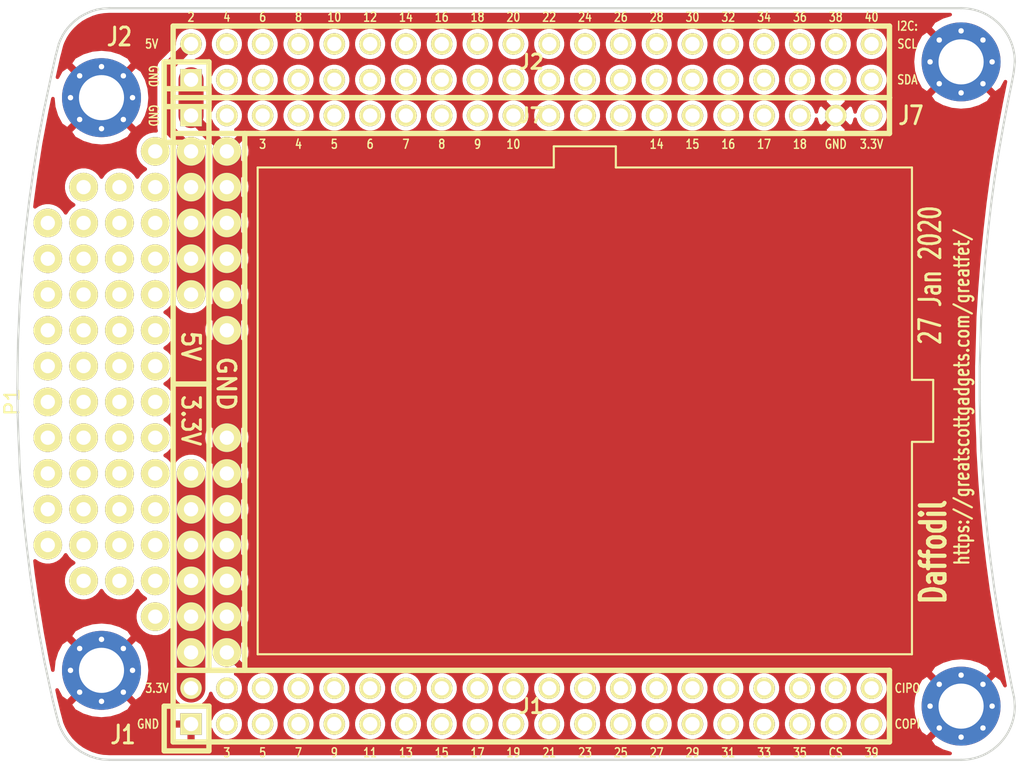
<source format=kicad_pcb>
(kicad_pcb (version 20171130) (host pcbnew 5.1.4+dfsg1-1)
  (title_block (title "Daffodil: A Sodlerless Breadboard Neighbor for GreatFET One") (date 2020-04-09) (rev 1.0) (company "Copyright 2015 Michael Ossmann") (comment 1 "License: CERN-OHL-P v2"))
  (layers (0 F.Cu signal) (31 B.Cu signal) (34 B.Paste user) (35 F.Paste user) (36 B.SilkS user hide) (37 F.SilkS user) (38 B.Mask user) (39 F.Mask user) (44 Edge.Cuts user))
  (net 0 "")
  (net 1 GND)
  (net 2 +3V3)
  (net 3 +5V)
  (net 4 /P4_9)
  (net 5 /P0_0)
  (net 6 /P4_10)
  (net 7 /P0_1)
  (net 8 /P1_0)
  (net 9 /P5_0)
  (net 10 /P5_1)
  (net 11 /P1_1)
  (net 12 /CLK0)
  (net 13 /P1_2)
  (net 14 /P1_5)
  (net 15 /P5_2)
  (net 16 /P1_7)
  (net 17 /P1_6)
  (net 18 /P1_9)
  (net 19 /P1_8)
  (net 20 /P5_3)
  (net 21 /P1_10)
  (net 22 /P1_12)
  (net 23 /P1_11)
  (net 24 /P5_5)
  (net 25 /P5_4)
  (net 26 /P1_14)
  (net 27 /P1_13)
  (net 28 /P5_6)
  (net 29 /P1_15)
  (net 30 /P5_7)
  (net 31 /P1_16)
  (net 32 /P1_18)
  (net 33 /P1_17)
  (net 34 /P9_5)
  (net 35 /P9_6)
  (net 36 /P2_0)
  (net 37 /P6_0)
  (net 38 /P1_20)
  (net 39 /P1_19)
  (net 40 /P1_4)
  (net 41 /P1_3)
  (net 42 /P4_8)
  (net 43 /P4_0)
  (net 44 /ADC0_0)
  (net 45 /P4_5)
  (net 46 /P4_4)
  (net 47 /P4_2)
  (net 48 /P4_3)
  (net 49 /P4_6)
  (net 50 /P4_7)
  (net 51 /CLK2)
  (net 52 /P2_8)
  (net 53 /P2_7)
  (net 54 /P2_6)
  (net 55 /P7_7)
  (net 56 /WAKEUP0)
  (net 57 /P2_5)
  (net 58 /P2_4)
  (net 59 /P2_3)
  (net 60 /PF_4)
  (net 61 /P3_2)
  (net 62 /P7_2)
  (net 63 /P3_1)
  (net 64 /P7_1)
  (net 65 /P3_0)
  (net 66 /P7_0)
  (net 67 /P3_4)
  (net 68 /P6_8)
  (net 69 /P3_7)
  (net 70 /P6_7)
  (net 71 /P3_3)
  (net 72 /P2_2)
  (net 73 /P6_6)
  (net 74 /P2_1)
  (net 75 /P6_3)
  (net 76 /P3_5)
  (net 77 /P3_6)
  (net 78 /I2C0_SDA)
  (net 79 /I2C0_SCL)
  (net 80 /P6_4)
  (net 81 /P6_5)
  (net 82 /ADC0_5)
  (net 83 /ADC0_2)
  (net 84 /P2_9)
  (net 85 /P2_12)
  (net 86 /P2_13)
  (net 87 /RTC_ALARM)
  (net 88 /RESET)
  (net 89 /VBAT)
  (net 90 /P2_11)
  (net 91 /P2_10)
  (net 92 /P6_10)
  (net 93 /P6_9)
  (net 94 /P6_2)
  (net 95 /P6_1)
  (net 96 "Net-(P1-Pad31)")
  (net 97 "Net-(P1-Pad32)")
  (net 98 "Net-(P1-Pad33)")
  (net 99 "Net-(P1-Pad34)")
  (net 100 "Net-(P1-Pad35)")
  (net 101 "Net-(P1-Pad36)")
  (net 102 "Net-(P1-Pad37)")
  (net 103 "Net-(P1-Pad38)")
  (net 104 "Net-(P1-Pad39)")
  (net 105 "Net-(P1-Pad40)")
  (net 106 "Net-(P1-Pad41)")
  (net 107 "Net-(P1-Pad42)")
  (net 108 "Net-(P1-Pad43)")
  (net 109 "Net-(P1-Pad44)")
  (net 110 "Net-(P1-Pad47)")
  (net 111 "Net-(P1-Pad48)")
  (net 112 "Net-(P1-Pad49)")
  (net 113 "Net-(P1-Pad50)")
  (net 114 "Net-(P1-Pad51)")
  (net 115 "Net-(P1-Pad52)")
  (net 116 "Net-(P1-Pad53)")
  (net 117 "Net-(P1-Pad54)")
  (net 118 "Net-(P1-Pad55)")
  (net 119 "Net-(P1-Pad56)")
  (net 120 "Net-(P1-Pad57)")
  (net 121 "Net-(P1-Pad58)")
  (net 122 "Net-(P1-Pad61)")
  (net 123 "Net-(P1-Pad62)")
  (net 124 "Net-(P1-Pad64)")
  (net 125 "Net-(P1-Pad65)")
  (net 126 "Net-(P1-Pad66)")
  (net 127 "Net-(P1-Pad67)")
  (net 128 "Net-(P1-Pad68)")
  (net 129 "Net-(P1-Pad69)")
  (net 130 "Net-(P1-Pad70)")
  (net 131 "Net-(P1-Pad71)")
  (net 132 "Net-(P1-Pad72)")
  (net 133 "Net-(P1-Pad45)")
  (net 134 /32KHZ)
  (net 135 "Net-(P1-Pad25)")
  (net 136 "Net-(P1-Pad26)")
  (net 137 "Net-(P1-Pad27)")
  (net 138 "Net-(P1-Pad28)")
  (net 139 "Net-(P1-Pad29)")
  (net 140 "Net-(P1-Pad30)")
  (net 141 "Net-(P1-Pad63)")
  (net 142 "Net-(P1-Pad46)")
  (net 143 "Net-(P1-Pad59)")
  (net 144 "Net-(P1-Pad60)")
  (module gsg-modules:HEADER-1x20 (layer F.Cu) (at 146.05 76.2)
    (fp_text reference J7 (at 0 0) (layer F.SilkS) (effects (font (size 1.016 1.016) (thickness 0.2032))))
    (fp_text value BONUS_ROW hide)
    (pad 1 thru_hole rect (at -24.13 0) (size 1.524 1.524) (drill 1.016) (layers *.Cu *.Mask F.SilkS) (net 1 GND))
    (pad 2 thru_hole circle (at -21.59 0) (size 1.524 1.524) (drill 1.016) (layers *.Cu *.Mask F.SilkS) (net 80 /P6_4))
    (pad 3 thru_hole circle (at -19.05 0) (size 1.524 1.524) (drill 1.016) (layers *.Cu *.Mask F.SilkS) (net 81 /P6_5))
    (pad 4 thru_hole circle (at -16.51 0) (size 1.524 1.524) (drill 1.016) (layers *.Cu *.Mask F.SilkS) (net 82 /ADC0_5))
    (pad 5 thru_hole circle (at -13.97 0) (size 1.524 1.524) (drill 1.016) (layers *.Cu *.Mask F.SilkS) (net 83 /ADC0_2))
    (pad 6 thru_hole circle (at -11.43 0) (size 1.524 1.524) (drill 1.016) (layers *.Cu *.Mask F.SilkS) (net 84 /P2_9))
    (pad 7 thru_hole circle (at -8.89 0) (size 1.524 1.524) (drill 1.016) (layers *.Cu *.Mask F.SilkS) (net 85 /P2_12))
    (pad 8 thru_hole circle (at -6.35 0) (size 1.524 1.524) (drill 1.016) (layers *.Cu *.Mask F.SilkS) (net 86 /P2_13))
    (pad 9 thru_hole circle (at -3.81 0) (size 1.524 1.524) (drill 1.016) (layers *.Cu *.Mask F.SilkS) (net 87 /RTC_ALARM))
    (pad 10 thru_hole circle (at -1.27 0) (size 1.524 1.524) (drill 1.016) (layers *.Cu *.Mask F.SilkS) (net 134 /32KHZ))
    (pad 11 thru_hole circle (at 1.27 0) (size 1.524 1.524) (drill 1.016) (layers *.Cu *.Mask F.SilkS) (net 88 /RESET))
    (pad 12 thru_hole circle (at 3.81 0) (size 1.524 1.524) (drill 1.016) (layers *.Cu *.Mask F.SilkS) (net 89 /VBAT))
    (pad 13 thru_hole circle (at 6.35 0) (size 1.524 1.524) (drill 1.016) (layers *.Cu *.Mask F.SilkS) (net 90 /P2_11))
    (pad 14 thru_hole circle (at 8.89 0) (size 1.524 1.524) (drill 1.016) (layers *.Cu *.Mask F.SilkS) (net 91 /P2_10))
    (pad 15 thru_hole circle (at 11.43 0) (size 1.524 1.524) (drill 1.016) (layers *.Cu *.Mask F.SilkS) (net 92 /P6_10))
    (pad 16 thru_hole circle (at 13.97 0) (size 1.524 1.524) (drill 1.016) (layers *.Cu *.Mask F.SilkS) (net 93 /P6_9))
    (pad 17 thru_hole circle (at 16.51 0) (size 1.524 1.524) (drill 1.016) (layers *.Cu *.Mask F.SilkS) (net 94 /P6_2))
    (pad 18 thru_hole circle (at 19.05 0) (size 1.524 1.524) (drill 1.016) (layers *.Cu *.Mask F.SilkS) (net 95 /P6_1))
    (pad 19 thru_hole circle (at 21.59 0) (size 1.524 1.524) (drill 1.016) (layers *.Cu *.Mask F.SilkS) (net 1 GND))
    (pad 20 thru_hole circle (at 24.13 0) (size 1.524 1.524) (drill 1.016) (layers *.Cu *.Mask F.SilkS) (net 2 +3V3))
  )
  (module gsg-modules:HEADER-2x20 (layer F.Cu) (at 146.05 118.11)
    (fp_text reference J1 (at 0 0) (layer F.SilkS) (effects (font (size 1.016 1.016) (thickness 0.2032))))
    (fp_text value NEIGHBOR1 hide)
    (pad 1 thru_hole rect (at -24.13 1.27) (size 1.524 1.524) (drill 1.016) (layers *.Cu *.Mask F.SilkS) (net 1 GND))
    (pad 2 thru_hole circle (at -24.13 -1.27) (size 1.524 1.524) (drill 1.016) (layers *.Cu *.Mask F.SilkS) (net 2 +3V3))
    (pad 3 thru_hole circle (at -21.59 1.27) (size 1.524 1.524) (drill 1.016) (layers *.Cu *.Mask F.SilkS) (net 4 /P4_9))
    (pad 4 thru_hole circle (at -21.59 -1.27) (size 1.524 1.524) (drill 1.016) (layers *.Cu *.Mask F.SilkS) (net 5 /P0_0))
    (pad 5 thru_hole circle (at -19.05 1.27) (size 1.524 1.524) (drill 1.016) (layers *.Cu *.Mask F.SilkS) (net 6 /P4_10))
    (pad 6 thru_hole circle (at -19.05 -1.27) (size 1.524 1.524) (drill 1.016) (layers *.Cu *.Mask F.SilkS) (net 7 /P0_1))
    (pad 7 thru_hole circle (at -16.51 1.27) (size 1.524 1.524) (drill 1.016) (layers *.Cu *.Mask F.SilkS) (net 8 /P1_0))
    (pad 8 thru_hole circle (at -16.51 -1.27) (size 1.524 1.524) (drill 1.016) (layers *.Cu *.Mask F.SilkS) (net 9 /P5_0))
    (pad 9 thru_hole circle (at -13.97 1.27) (size 1.524 1.524) (drill 1.016) (layers *.Cu *.Mask F.SilkS) (net 10 /P5_1))
    (pad 10 thru_hole circle (at -13.97 -1.27) (size 1.524 1.524) (drill 1.016) (layers *.Cu *.Mask F.SilkS) (net 11 /P1_1))
    (pad 11 thru_hole circle (at -11.43 1.27) (size 1.524 1.524) (drill 1.016) (layers *.Cu *.Mask F.SilkS) (net 12 /CLK0))
    (pad 12 thru_hole circle (at -11.43 -1.27) (size 1.524 1.524) (drill 1.016) (layers *.Cu *.Mask F.SilkS) (net 13 /P1_2))
    (pad 13 thru_hole circle (at -8.89 1.27) (size 1.524 1.524) (drill 1.016) (layers *.Cu *.Mask F.SilkS) (net 14 /P1_5))
    (pad 14 thru_hole circle (at -8.89 -1.27) (size 1.524 1.524) (drill 1.016) (layers *.Cu *.Mask F.SilkS) (net 15 /P5_2))
    (pad 15 thru_hole circle (at -6.35 1.27) (size 1.524 1.524) (drill 1.016) (layers *.Cu *.Mask F.SilkS) (net 16 /P1_7))
    (pad 16 thru_hole circle (at -6.35 -1.27) (size 1.524 1.524) (drill 1.016) (layers *.Cu *.Mask F.SilkS) (net 17 /P1_6))
    (pad 17 thru_hole circle (at -3.81 1.27) (size 1.524 1.524) (drill 1.016) (layers *.Cu *.Mask F.SilkS) (net 18 /P1_9))
    (pad 18 thru_hole circle (at -3.81 -1.27) (size 1.524 1.524) (drill 1.016) (layers *.Cu *.Mask F.SilkS) (net 19 /P1_8))
    (pad 19 thru_hole circle (at -1.27 1.27) (size 1.524 1.524) (drill 1.016) (layers *.Cu *.Mask F.SilkS) (net 20 /P5_3))
    (pad 20 thru_hole circle (at -1.27 -1.27) (size 1.524 1.524) (drill 1.016) (layers *.Cu *.Mask F.SilkS) (net 21 /P1_10))
    (pad 21 thru_hole circle (at 1.27 1.27) (size 1.524 1.524) (drill 1.016) (layers *.Cu *.Mask F.SilkS) (net 22 /P1_12))
    (pad 22 thru_hole circle (at 1.27 -1.27) (size 1.524 1.524) (drill 1.016) (layers *.Cu *.Mask F.SilkS) (net 23 /P1_11))
    (pad 23 thru_hole circle (at 3.81 1.27) (size 1.524 1.524) (drill 1.016) (layers *.Cu *.Mask F.SilkS) (net 24 /P5_5))
    (pad 24 thru_hole circle (at 3.81 -1.27) (size 1.524 1.524) (drill 1.016) (layers *.Cu *.Mask F.SilkS) (net 25 /P5_4))
    (pad 25 thru_hole circle (at 6.35 1.27) (size 1.524 1.524) (drill 1.016) (layers *.Cu *.Mask F.SilkS) (net 26 /P1_14))
    (pad 26 thru_hole circle (at 6.35 -1.27) (size 1.524 1.524) (drill 1.016) (layers *.Cu *.Mask F.SilkS) (net 27 /P1_13))
    (pad 27 thru_hole circle (at 8.89 1.27) (size 1.524 1.524) (drill 1.016) (layers *.Cu *.Mask F.SilkS) (net 28 /P5_6))
    (pad 28 thru_hole circle (at 8.89 -1.27) (size 1.524 1.524) (drill 1.016) (layers *.Cu *.Mask F.SilkS) (net 29 /P1_15))
    (pad 29 thru_hole circle (at 11.43 1.27) (size 1.524 1.524) (drill 1.016) (layers *.Cu *.Mask F.SilkS) (net 30 /P5_7))
    (pad 30 thru_hole circle (at 11.43 -1.27) (size 1.524 1.524) (drill 1.016) (layers *.Cu *.Mask F.SilkS) (net 31 /P1_16))
    (pad 31 thru_hole circle (at 13.97 1.27) (size 1.524 1.524) (drill 1.016) (layers *.Cu *.Mask F.SilkS) (net 32 /P1_18))
    (pad 32 thru_hole circle (at 13.97 -1.27) (size 1.524 1.524) (drill 1.016) (layers *.Cu *.Mask F.SilkS) (net 33 /P1_17))
    (pad 33 thru_hole circle (at 16.51 1.27) (size 1.524 1.524) (drill 1.016) (layers *.Cu *.Mask F.SilkS) (net 34 /P9_5))
    (pad 34 thru_hole circle (at 16.51 -1.27) (size 1.524 1.524) (drill 1.016) (layers *.Cu *.Mask F.SilkS) (net 35 /P9_6))
    (pad 35 thru_hole circle (at 19.05 1.27) (size 1.524 1.524) (drill 1.016) (layers *.Cu *.Mask F.SilkS) (net 36 /P2_0))
    (pad 36 thru_hole circle (at 19.05 -1.27) (size 1.524 1.524) (drill 1.016) (layers *.Cu *.Mask F.SilkS) (net 37 /P6_0))
    (pad 37 thru_hole circle (at 21.59 1.27) (size 1.524 1.524) (drill 1.016) (layers *.Cu *.Mask F.SilkS) (net 38 /P1_20))
    (pad 38 thru_hole circle (at 21.59 -1.27) (size 1.524 1.524) (drill 1.016) (layers *.Cu *.Mask F.SilkS) (net 39 /P1_19))
    (pad 39 thru_hole circle (at 24.13 1.27) (size 1.524 1.524) (drill 1.016) (layers *.Cu *.Mask F.SilkS) (net 40 /P1_4))
    (pad 40 thru_hole circle (at 24.13 -1.27) (size 1.524 1.524) (drill 1.016) (layers *.Cu *.Mask F.SilkS) (net 41 /P1_3))
  )
  (module gsg-modules:HEADER-2x20 (layer F.Cu) (at 146.05 72.39)
    (fp_text reference J2 (at 0 0) (layer F.SilkS) (effects (font (size 1.016 1.016) (thickness 0.2032))))
    (fp_text value NEIGHBOR2 hide)
    (pad 1 thru_hole rect (at -24.13 1.27) (size 1.524 1.524) (drill 1.016) (layers *.Cu *.Mask F.SilkS) (net 1 GND))
    (pad 2 thru_hole circle (at -24.13 -1.27) (size 1.524 1.524) (drill 1.016) (layers *.Cu *.Mask F.SilkS) (net 3 +5V))
    (pad 3 thru_hole circle (at -21.59 1.27) (size 1.524 1.524) (drill 1.016) (layers *.Cu *.Mask F.SilkS) (net 42 /P4_8))
    (pad 4 thru_hole circle (at -21.59 -1.27) (size 1.524 1.524) (drill 1.016) (layers *.Cu *.Mask F.SilkS) (net 43 /P4_0))
    (pad 5 thru_hole circle (at -19.05 1.27) (size 1.524 1.524) (drill 1.016) (layers *.Cu *.Mask F.SilkS) (net 44 /ADC0_0))
    (pad 6 thru_hole circle (at -19.05 -1.27) (size 1.524 1.524) (drill 1.016) (layers *.Cu *.Mask F.SilkS) (net 45 /P4_5))
    (pad 7 thru_hole circle (at -16.51 1.27) (size 1.524 1.524) (drill 1.016) (layers *.Cu *.Mask F.SilkS) (net 46 /P4_4))
    (pad 8 thru_hole circle (at -16.51 -1.27) (size 1.524 1.524) (drill 1.016) (layers *.Cu *.Mask F.SilkS) (net 47 /P4_2))
    (pad 9 thru_hole circle (at -13.97 1.27) (size 1.524 1.524) (drill 1.016) (layers *.Cu *.Mask F.SilkS) (net 48 /P4_3))
    (pad 10 thru_hole circle (at -13.97 -1.27) (size 1.524 1.524) (drill 1.016) (layers *.Cu *.Mask F.SilkS) (net 49 /P4_6))
    (pad 11 thru_hole circle (at -11.43 1.27) (size 1.524 1.524) (drill 1.016) (layers *.Cu *.Mask F.SilkS) (net 50 /P4_7))
    (pad 12 thru_hole circle (at -11.43 -1.27) (size 1.524 1.524) (drill 1.016) (layers *.Cu *.Mask F.SilkS) (net 51 /CLK2))
    (pad 13 thru_hole circle (at -8.89 1.27) (size 1.524 1.524) (drill 1.016) (layers *.Cu *.Mask F.SilkS) (net 52 /P2_8))
    (pad 14 thru_hole circle (at -8.89 -1.27) (size 1.524 1.524) (drill 1.016) (layers *.Cu *.Mask F.SilkS) (net 53 /P2_7))
    (pad 15 thru_hole circle (at -6.35 1.27) (size 1.524 1.524) (drill 1.016) (layers *.Cu *.Mask F.SilkS) (net 54 /P2_6))
    (pad 16 thru_hole circle (at -6.35 -1.27) (size 1.524 1.524) (drill 1.016) (layers *.Cu *.Mask F.SilkS) (net 55 /P7_7))
    (pad 17 thru_hole circle (at -3.81 1.27) (size 1.524 1.524) (drill 1.016) (layers *.Cu *.Mask F.SilkS) (net 56 /WAKEUP0))
    (pad 18 thru_hole circle (at -3.81 -1.27) (size 1.524 1.524) (drill 1.016) (layers *.Cu *.Mask F.SilkS) (net 57 /P2_5))
    (pad 19 thru_hole circle (at -1.27 1.27) (size 1.524 1.524) (drill 1.016) (layers *.Cu *.Mask F.SilkS) (net 58 /P2_4))
    (pad 20 thru_hole circle (at -1.27 -1.27) (size 1.524 1.524) (drill 1.016) (layers *.Cu *.Mask F.SilkS) (net 59 /P2_3))
    (pad 21 thru_hole circle (at 1.27 1.27) (size 1.524 1.524) (drill 1.016) (layers *.Cu *.Mask F.SilkS) (net 60 /PF_4))
    (pad 22 thru_hole circle (at 1.27 -1.27) (size 1.524 1.524) (drill 1.016) (layers *.Cu *.Mask F.SilkS) (net 61 /P3_2))
    (pad 23 thru_hole circle (at 3.81 1.27) (size 1.524 1.524) (drill 1.016) (layers *.Cu *.Mask F.SilkS) (net 62 /P7_2))
    (pad 24 thru_hole circle (at 3.81 -1.27) (size 1.524 1.524) (drill 1.016) (layers *.Cu *.Mask F.SilkS) (net 63 /P3_1))
    (pad 25 thru_hole circle (at 6.35 1.27) (size 1.524 1.524) (drill 1.016) (layers *.Cu *.Mask F.SilkS) (net 64 /P7_1))
    (pad 26 thru_hole circle (at 6.35 -1.27) (size 1.524 1.524) (drill 1.016) (layers *.Cu *.Mask F.SilkS) (net 65 /P3_0))
    (pad 27 thru_hole circle (at 8.89 1.27) (size 1.524 1.524) (drill 1.016) (layers *.Cu *.Mask F.SilkS) (net 66 /P7_0))
    (pad 28 thru_hole circle (at 8.89 -1.27) (size 1.524 1.524) (drill 1.016) (layers *.Cu *.Mask F.SilkS) (net 67 /P3_4))
    (pad 29 thru_hole circle (at 11.43 1.27) (size 1.524 1.524) (drill 1.016) (layers *.Cu *.Mask F.SilkS) (net 68 /P6_8))
    (pad 30 thru_hole circle (at 11.43 -1.27) (size 1.524 1.524) (drill 1.016) (layers *.Cu *.Mask F.SilkS) (net 69 /P3_7))
    (pad 31 thru_hole circle (at 13.97 1.27) (size 1.524 1.524) (drill 1.016) (layers *.Cu *.Mask F.SilkS) (net 70 /P6_7))
    (pad 32 thru_hole circle (at 13.97 -1.27) (size 1.524 1.524) (drill 1.016) (layers *.Cu *.Mask F.SilkS) (net 71 /P3_3))
    (pad 33 thru_hole circle (at 16.51 1.27) (size 1.524 1.524) (drill 1.016) (layers *.Cu *.Mask F.SilkS) (net 72 /P2_2))
    (pad 34 thru_hole circle (at 16.51 -1.27) (size 1.524 1.524) (drill 1.016) (layers *.Cu *.Mask F.SilkS) (net 73 /P6_6))
    (pad 35 thru_hole circle (at 19.05 1.27) (size 1.524 1.524) (drill 1.016) (layers *.Cu *.Mask F.SilkS) (net 74 /P2_1))
    (pad 36 thru_hole circle (at 19.05 -1.27) (size 1.524 1.524) (drill 1.016) (layers *.Cu *.Mask F.SilkS) (net 75 /P6_3))
    (pad 37 thru_hole circle (at 21.59 1.27) (size 1.524 1.524) (drill 1.016) (layers *.Cu *.Mask F.SilkS) (net 76 /P3_5))
    (pad 38 thru_hole circle (at 21.59 -1.27) (size 1.524 1.524) (drill 1.016) (layers *.Cu *.Mask F.SilkS) (net 77 /P3_6))
    (pad 39 thru_hole circle (at 24.13 1.27) (size 1.524 1.524) (drill 1.016) (layers *.Cu *.Mask F.SilkS) (net 78 /I2C0_SDA))
    (pad 40 thru_hole circle (at 24.13 -1.27) (size 1.524 1.524) (drill 1.016) (layers *.Cu *.Mask F.SilkS) (net 79 /I2C0_SCL))
  )
  (module gsg-modules:HOLE126MIL-COPPER (layer F.Cu) (at 115.57 74.93)
    (fp_text reference MH1 hide)
    (fp_text value MOUNTING_HOLE hide)
    (pad 1 thru_hole circle (at 0 0) (size 5.6 5.6) (drill 3.2004) (layers *.Cu *.Mask) (net 1 GND))
    (pad 1 thru_hole circle (at 0 -2.2) (size 0.6 0.6) (drill 0.381) (layers *.Cu *.Mask) (net 1 GND))
    (pad 1 thru_hole circle (at -2.2 0) (size 0.6 0.6) (drill 0.381) (layers *.Cu *.Mask) (net 1 GND))
    (pad 1 thru_hole circle (at 0 2.2) (size 0.6 0.6) (drill 0.381) (layers *.Cu *.Mask) (net 1 GND))
    (pad 1 thru_hole circle (at 2.2 0) (size 0.6 0.6) (drill 0.381) (layers *.Cu *.Mask) (net 1 GND))
    (pad 1 thru_hole circle (at 1.55 -1.55) (size 0.6 0.6) (drill 0.381) (layers *.Cu *.Mask) (net 1 GND))
    (pad 1 thru_hole circle (at -1.55 -1.55) (size 0.6 0.6) (drill 0.381) (layers *.Cu *.Mask) (net 1 GND))
    (pad 1 thru_hole circle (at -1.55 1.55) (size 0.6 0.6) (drill 0.381) (layers *.Cu *.Mask) (net 1 GND))
    (pad 1 thru_hole circle (at 1.55 1.55) (size 0.6 0.6) (drill 0.381) (layers *.Cu *.Mask) (net 1 GND))
  )
  (module gsg-modules:HOLE126MIL-COPPER (layer F.Cu) (at 115.57 115.57)
    (fp_text reference MH2 hide)
    (fp_text value MOUNTING_HOLE hide)
    (pad 1 thru_hole circle (at 0 0) (size 5.6 5.6) (drill 3.2004) (layers *.Cu *.Mask) (net 1 GND))
    (pad 1 thru_hole circle (at 0 -2.2) (size 0.6 0.6) (drill 0.381) (layers *.Cu *.Mask) (net 1 GND))
    (pad 1 thru_hole circle (at -2.2 0) (size 0.6 0.6) (drill 0.381) (layers *.Cu *.Mask) (net 1 GND))
    (pad 1 thru_hole circle (at 0 2.2) (size 0.6 0.6) (drill 0.381) (layers *.Cu *.Mask) (net 1 GND))
    (pad 1 thru_hole circle (at 2.2 0) (size 0.6 0.6) (drill 0.381) (layers *.Cu *.Mask) (net 1 GND))
    (pad 1 thru_hole circle (at 1.55 -1.55) (size 0.6 0.6) (drill 0.381) (layers *.Cu *.Mask) (net 1 GND))
    (pad 1 thru_hole circle (at -1.55 -1.55) (size 0.6 0.6) (drill 0.381) (layers *.Cu *.Mask) (net 1 GND))
    (pad 1 thru_hole circle (at -1.55 1.55) (size 0.6 0.6) (drill 0.381) (layers *.Cu *.Mask) (net 1 GND))
    (pad 1 thru_hole circle (at 1.55 1.55) (size 0.6 0.6) (drill 0.381) (layers *.Cu *.Mask) (net 1 GND))
  )
  (module gsg-modules:HOLE126MIL-COPPER (layer F.Cu) (at 176.53 118.11)
    (fp_text reference MH3 hide)
    (fp_text value MOUNTING_HOLE hide)
    (pad 1 thru_hole circle (at 0 0) (size 5.6 5.6) (drill 3.2004) (layers *.Cu *.Mask) (net 1 GND))
    (pad 1 thru_hole circle (at 0 -2.2) (size 0.6 0.6) (drill 0.381) (layers *.Cu *.Mask) (net 1 GND))
    (pad 1 thru_hole circle (at -2.2 0) (size 0.6 0.6) (drill 0.381) (layers *.Cu *.Mask) (net 1 GND))
    (pad 1 thru_hole circle (at 0 2.2) (size 0.6 0.6) (drill 0.381) (layers *.Cu *.Mask) (net 1 GND))
    (pad 1 thru_hole circle (at 2.2 0) (size 0.6 0.6) (drill 0.381) (layers *.Cu *.Mask) (net 1 GND))
    (pad 1 thru_hole circle (at 1.55 -1.55) (size 0.6 0.6) (drill 0.381) (layers *.Cu *.Mask) (net 1 GND))
    (pad 1 thru_hole circle (at -1.55 -1.55) (size 0.6 0.6) (drill 0.381) (layers *.Cu *.Mask) (net 1 GND))
    (pad 1 thru_hole circle (at -1.55 1.55) (size 0.6 0.6) (drill 0.381) (layers *.Cu *.Mask) (net 1 GND))
    (pad 1 thru_hole circle (at 1.55 1.55) (size 0.6 0.6) (drill 0.381) (layers *.Cu *.Mask) (net 1 GND))
  )
  (module gsg-modules:HOLE126MIL-COPPER (layer F.Cu) (at 176.53 72.39)
    (fp_text reference MH4 hide)
    (fp_text value MOUNTING_HOLE hide)
    (pad 1 thru_hole circle (at 0 0) (size 5.6 5.6) (drill 3.2004) (layers *.Cu *.Mask) (net 1 GND))
    (pad 1 thru_hole circle (at 0 -2.2) (size 0.6 0.6) (drill 0.381) (layers *.Cu *.Mask) (net 1 GND))
    (pad 1 thru_hole circle (at -2.2 0) (size 0.6 0.6) (drill 0.381) (layers *.Cu *.Mask) (net 1 GND))
    (pad 1 thru_hole circle (at 0 2.2) (size 0.6 0.6) (drill 0.381) (layers *.Cu *.Mask) (net 1 GND))
    (pad 1 thru_hole circle (at 2.2 0) (size 0.6 0.6) (drill 0.381) (layers *.Cu *.Mask) (net 1 GND))
    (pad 1 thru_hole circle (at 1.55 -1.55) (size 0.6 0.6) (drill 0.381) (layers *.Cu *.Mask) (net 1 GND))
    (pad 1 thru_hole circle (at -1.55 -1.55) (size 0.6 0.6) (drill 0.381) (layers *.Cu *.Mask) (net 1 GND))
    (pad 1 thru_hole circle (at -1.55 1.55) (size 0.6 0.6) (drill 0.381) (layers *.Cu *.Mask) (net 1 GND))
    (pad 1 thru_hole circle (at 1.55 1.55) (size 0.6 0.6) (drill 0.381) (layers *.Cu *.Mask) (net 1 GND))
  )
  (module gsg-modules:GREATFET-PROTO-AREA (layer F.Cu) (at 124.46 96.52)
    (fp_text reference P1 (at -15.24 0 270) (layer F.SilkS))
    (fp_text value GREATFET-PROTO-AREA hide)
    (pad 2 thru_hole circle (at 0 -15.24) (size 2.032 2.032) (drill 1.016) (layers *.Cu *.Mask F.SilkS) (net 1 GND))
    (pad 3 thru_hole circle (at 0 -12.7) (size 2.032 2.032) (drill 1.016) (layers *.Cu *.Mask F.SilkS) (net 1 GND))
    (pad 4 thru_hole circle (at 0 -10.16) (size 2.032 2.032) (drill 1.016) (layers *.Cu *.Mask F.SilkS) (net 1 GND))
    (pad 5 thru_hole circle (at 0 -7.62) (size 2.032 2.032) (drill 1.016) (layers *.Cu *.Mask F.SilkS) (net 1 GND))
    (pad 6 thru_hole circle (at 0 -5.08) (size 2.032 2.032) (drill 1.016) (layers *.Cu *.Mask F.SilkS) (net 1 GND))
    (pad 7 thru_hole circle (at 0 2.54) (size 2.032 2.032) (drill 1.016) (layers *.Cu *.Mask F.SilkS) (net 1 GND))
    (pad 8 thru_hole circle (at 0 5.08) (size 2.032 2.032) (drill 1.016) (layers *.Cu *.Mask F.SilkS) (net 1 GND))
    (pad 9 thru_hole circle (at 0 7.62) (size 2.032 2.032) (drill 1.016) (layers *.Cu *.Mask F.SilkS) (net 1 GND))
    (pad 10 thru_hole circle (at 0 10.16) (size 2.032 2.032) (drill 1.016) (layers *.Cu *.Mask F.SilkS) (net 1 GND))
    (pad 11 thru_hole circle (at 0 12.7) (size 2.032 2.032) (drill 1.016) (layers *.Cu *.Mask F.SilkS) (net 1 GND))
    (pad 12 thru_hole circle (at 0 15.24) (size 2.032 2.032) (drill 1.016) (layers *.Cu *.Mask F.SilkS) (net 1 GND))
    (pad 13 thru_hole circle (at 0 17.78) (size 2.032 2.032) (drill 1.016) (layers *.Cu *.Mask F.SilkS) (net 1 GND))
    (pad 14 thru_hole circle (at -2.54 -17.78) (size 2.032 2.032) (drill 1.016) (layers *.Cu *.Mask F.SilkS) (net 3 +5V))
    (pad 15 thru_hole circle (at -2.54 -15.24) (size 2.032 2.032) (drill 1.016) (layers *.Cu *.Mask F.SilkS) (net 3 +5V))
    (pad 16 thru_hole circle (at -2.54 -12.7) (size 2.032 2.032) (drill 1.016) (layers *.Cu *.Mask F.SilkS) (net 3 +5V))
    (pad 17 thru_hole circle (at -2.54 -10.16) (size 2.032 2.032) (drill 1.016) (layers *.Cu *.Mask F.SilkS) (net 3 +5V))
    (pad 18 thru_hole circle (at -2.54 -7.62) (size 2.032 2.032) (drill 1.016) (layers *.Cu *.Mask F.SilkS) (net 3 +5V))
    (pad 19 thru_hole circle (at -2.54 5.08) (size 2.032 2.032) (drill 1.016) (layers *.Cu *.Mask F.SilkS) (net 2 +3V3))
    (pad 20 thru_hole circle (at -2.54 7.62) (size 2.032 2.032) (drill 1.016) (layers *.Cu *.Mask F.SilkS) (net 2 +3V3))
    (pad 21 thru_hole circle (at -2.54 10.16) (size 2.032 2.032) (drill 1.016) (layers *.Cu *.Mask F.SilkS) (net 2 +3V3))
    (pad 22 thru_hole circle (at -2.54 12.7) (size 2.032 2.032) (drill 1.016) (layers *.Cu *.Mask F.SilkS) (net 2 +3V3))
    (pad 23 thru_hole circle (at -2.54 15.24) (size 2.032 2.032) (drill 1.016) (layers *.Cu *.Mask F.SilkS) (net 2 +3V3))
    (pad 24 thru_hole circle (at -2.54 17.78) (size 2.032 2.032) (drill 1.016) (layers *.Cu *.Mask F.SilkS) (net 2 +3V3))
    (pad 25 thru_hole circle (at -5.08 -17.78) (size 2.032 2.032) (drill 1.016) (layers *.Cu *.Mask F.SilkS) (net 135 "Net-(P1-Pad25)"))
    (pad 26 thru_hole circle (at -5.08 -15.24) (size 2.032 2.032) (drill 1.016) (layers *.Cu *.Mask F.SilkS) (net 136 "Net-(P1-Pad26)"))
    (pad 27 thru_hole circle (at -5.08 -12.7) (size 2.032 2.032) (drill 1.016) (layers *.Cu *.Mask F.SilkS) (net 137 "Net-(P1-Pad27)"))
    (pad 28 thru_hole circle (at -5.08 -10.16) (size 2.032 2.032) (drill 1.016) (layers *.Cu *.Mask F.SilkS) (net 138 "Net-(P1-Pad28)"))
    (pad 29 thru_hole circle (at -5.08 -7.62) (size 2.032 2.032) (drill 1.016) (layers *.Cu *.Mask F.SilkS) (net 139 "Net-(P1-Pad29)"))
    (pad 30 thru_hole circle (at -5.08 -5.08) (size 2.032 2.032) (drill 1.016) (layers *.Cu *.Mask F.SilkS) (net 140 "Net-(P1-Pad30)"))
    (pad 31 thru_hole circle (at -5.08 -2.54) (size 2.032 2.032) (drill 1.016) (layers *.Cu *.Mask F.SilkS) (net 96 "Net-(P1-Pad31)"))
    (pad 32 thru_hole circle (at -5.08 0) (size 2.032 2.032) (drill 1.016) (layers *.Cu *.Mask F.SilkS) (net 97 "Net-(P1-Pad32)"))
    (pad 33 thru_hole circle (at -5.08 2.54) (size 2.032 2.032) (drill 1.016) (layers *.Cu *.Mask F.SilkS) (net 98 "Net-(P1-Pad33)"))
    (pad 34 thru_hole circle (at -5.08 5.08) (size 2.032 2.032) (drill 1.016) (layers *.Cu *.Mask F.SilkS) (net 99 "Net-(P1-Pad34)"))
    (pad 35 thru_hole circle (at -5.08 7.62) (size 2.032 2.032) (drill 1.016) (layers *.Cu *.Mask F.SilkS) (net 100 "Net-(P1-Pad35)"))
    (pad 36 thru_hole circle (at -5.08 10.16) (size 2.032 2.032) (drill 1.016) (layers *.Cu *.Mask F.SilkS) (net 101 "Net-(P1-Pad36)"))
    (pad 37 thru_hole circle (at -5.08 12.7) (size 2.032 2.032) (drill 1.016) (layers *.Cu *.Mask F.SilkS) (net 102 "Net-(P1-Pad37)"))
    (pad 38 thru_hole circle (at -5.08 15.24) (size 2.032 2.032) (drill 1.016) (layers *.Cu *.Mask F.SilkS) (net 103 "Net-(P1-Pad38)"))
    (pad 39 thru_hole circle (at -7.62 -15.24) (size 2.032 2.032) (drill 1.016) (layers *.Cu *.Mask F.SilkS) (net 104 "Net-(P1-Pad39)"))
    (pad 40 thru_hole circle (at -7.62 -12.7) (size 2.032 2.032) (drill 1.016) (layers *.Cu *.Mask F.SilkS) (net 105 "Net-(P1-Pad40)"))
    (pad 41 thru_hole circle (at -7.62 -10.16) (size 2.032 2.032) (drill 1.016) (layers *.Cu *.Mask F.SilkS) (net 106 "Net-(P1-Pad41)"))
    (pad 42 thru_hole circle (at -7.62 -7.62) (size 2.032 2.032) (drill 1.016) (layers *.Cu *.Mask F.SilkS) (net 107 "Net-(P1-Pad42)"))
    (pad 43 thru_hole circle (at -7.62 -5.08) (size 2.032 2.032) (drill 1.016) (layers *.Cu *.Mask F.SilkS) (net 108 "Net-(P1-Pad43)"))
    (pad 44 thru_hole circle (at -7.62 -2.54) (size 2.032 2.032) (drill 1.016) (layers *.Cu *.Mask F.SilkS) (net 109 "Net-(P1-Pad44)"))
    (pad 45 thru_hole circle (at -7.62 0) (size 2.032 2.032) (drill 1.016) (layers *.Cu *.Mask F.SilkS) (net 133 "Net-(P1-Pad45)"))
    (pad 46 thru_hole circle (at -7.62 2.54) (size 2.032 2.032) (drill 1.016) (layers *.Cu *.Mask F.SilkS) (net 142 "Net-(P1-Pad46)"))
    (pad 47 thru_hole circle (at -7.62 5.08) (size 2.032 2.032) (drill 1.016) (layers *.Cu *.Mask F.SilkS) (net 110 "Net-(P1-Pad47)"))
    (pad 48 thru_hole circle (at -7.62 7.62) (size 2.032 2.032) (drill 1.016) (layers *.Cu *.Mask F.SilkS) (net 111 "Net-(P1-Pad48)"))
    (pad 49 thru_hole circle (at -7.62 10.16) (size 2.032 2.032) (drill 1.016) (layers *.Cu *.Mask F.SilkS) (net 112 "Net-(P1-Pad49)"))
    (pad 50 thru_hole circle (at -7.62 12.7) (size 2.032 2.032) (drill 1.016) (layers *.Cu *.Mask F.SilkS) (net 113 "Net-(P1-Pad50)"))
    (pad 51 thru_hole circle (at -10.16 -15.24) (size 2.032 2.032) (drill 1.016) (layers *.Cu *.Mask F.SilkS) (net 114 "Net-(P1-Pad51)"))
    (pad 52 thru_hole circle (at -10.16 -12.7) (size 2.032 2.032) (drill 1.016) (layers *.Cu *.Mask F.SilkS) (net 115 "Net-(P1-Pad52)"))
    (pad 53 thru_hole circle (at -10.16 -10.16) (size 2.032 2.032) (drill 1.016) (layers *.Cu *.Mask F.SilkS) (net 116 "Net-(P1-Pad53)"))
    (pad 54 thru_hole circle (at -10.16 -7.62) (size 2.032 2.032) (drill 1.016) (layers *.Cu *.Mask F.SilkS) (net 117 "Net-(P1-Pad54)"))
    (pad 55 thru_hole circle (at -10.16 -5.08) (size 2.032 2.032) (drill 1.016) (layers *.Cu *.Mask F.SilkS) (net 118 "Net-(P1-Pad55)"))
    (pad 56 thru_hole circle (at -10.16 -2.54) (size 2.032 2.032) (drill 1.016) (layers *.Cu *.Mask F.SilkS) (net 119 "Net-(P1-Pad56)"))
    (pad 57 thru_hole circle (at -10.16 0) (size 2.032 2.032) (drill 1.016) (layers *.Cu *.Mask F.SilkS) (net 120 "Net-(P1-Pad57)"))
    (pad 58 thru_hole circle (at -10.16 2.54) (size 2.032 2.032) (drill 1.016) (layers *.Cu *.Mask F.SilkS) (net 121 "Net-(P1-Pad58)"))
    (pad 59 thru_hole circle (at -10.16 5.08) (size 2.032 2.032) (drill 1.016) (layers *.Cu *.Mask F.SilkS) (net 143 "Net-(P1-Pad59)"))
    (pad 60 thru_hole circle (at -10.16 7.62) (size 2.032 2.032) (drill 1.016) (layers *.Cu *.Mask F.SilkS) (net 144 "Net-(P1-Pad60)"))
    (pad 61 thru_hole circle (at -10.16 10.16) (size 2.032 2.032) (drill 1.016) (layers *.Cu *.Mask F.SilkS) (net 122 "Net-(P1-Pad61)"))
    (pad 62 thru_hole circle (at -10.16 12.7) (size 2.032 2.032) (drill 1.016) (layers *.Cu *.Mask F.SilkS) (net 123 "Net-(P1-Pad62)"))
    (pad 64 thru_hole circle (at -12.7 -10.16) (size 2.032 2.032) (drill 1.016) (layers *.Cu *.Mask F.SilkS) (net 124 "Net-(P1-Pad64)"))
    (pad 65 thru_hole circle (at -12.7 -7.62) (size 2.032 2.032) (drill 1.016) (layers *.Cu *.Mask F.SilkS) (net 125 "Net-(P1-Pad65)"))
    (pad 66 thru_hole circle (at -12.7 -5.08) (size 2.032 2.032) (drill 1.016) (layers *.Cu *.Mask F.SilkS) (net 126 "Net-(P1-Pad66)"))
    (pad 67 thru_hole circle (at -12.7 -2.54) (size 2.032 2.032) (drill 1.016) (layers *.Cu *.Mask F.SilkS) (net 127 "Net-(P1-Pad67)"))
    (pad 68 thru_hole circle (at -12.7 0) (size 2.032 2.032) (drill 1.016) (layers *.Cu *.Mask F.SilkS) (net 128 "Net-(P1-Pad68)"))
    (pad 69 thru_hole circle (at -12.7 2.54) (size 2.032 2.032) (drill 1.016) (layers *.Cu *.Mask F.SilkS) (net 129 "Net-(P1-Pad69)"))
    (pad 70 thru_hole circle (at -12.7 5.08) (size 2.032 2.032) (drill 1.016) (layers *.Cu *.Mask F.SilkS) (net 130 "Net-(P1-Pad70)"))
    (pad 71 thru_hole circle (at -12.7 7.62) (size 2.032 2.032) (drill 1.016) (layers *.Cu *.Mask F.SilkS) (net 131 "Net-(P1-Pad71)"))
    (pad 72 thru_hole circle (at -12.7 10.16) (size 2.032 2.032) (drill 1.016) (layers *.Cu *.Mask F.SilkS) (net 132 "Net-(P1-Pad72)"))
    (pad 63 thru_hole circle (at -12.7 -12.7) (size 2.032 2.032) (drill 1.016) (layers *.Cu *.Mask F.SilkS) (net 141 "Net-(P1-Pad63)"))
    (pad 1 thru_hole circle (at 0 -17.78) (size 2.032 2.032) (drill 1.016) (layers *.Cu *.Mask F.SilkS) (net 1 GND))
  )
  (gr_line (start 173.045 79.884) (end 173.045 94.956) (layer F.SilkS) (width 0.15))
  (gr_line (start 174.550322 99.356534) (end 174.550322 94.956534) (layer F.SilkS) (width 0.15))
  (gr_line (start 174.550322 94.956534) (end 173.050322 94.956534) (layer F.SilkS) (width 0.15))
  (gr_line (start 173.050322 99.356534) (end 174.550322 99.356534) (layer F.SilkS) (width 0.15))
  (gr_line (start 152.045 78.384) (end 147.645 78.384) (layer F.SilkS) (width 0.15))
  (gr_line (start 147.645 78.384) (end 147.645 79.884) (layer F.SilkS) (width 0.15))
  (gr_line (start 126.645 79.884) (end 147.645 79.884) (layer F.SilkS) (width 0.15))
  (gr_line (start 152.045 79.884) (end 152.045 78.384) (layer F.SilkS) (width 0.15))
  (gr_text 39 (at 170.18 121.412) (layer F.SilkS) (effects (font (size 0.635 0.508) (thickness 0.1016))))
  (gr_text 35 (at 165.1 121.412) (layer F.SilkS) (effects (font (size 0.635 0.508) (thickness 0.1016))))
  (gr_text 33 (at 162.56 121.412) (layer F.SilkS) (effects (font (size 0.635 0.508) (thickness 0.1016))))
  (gr_text 31 (at 160.02 121.412) (layer F.SilkS) (effects (font (size 0.635 0.508) (thickness 0.1016))))
  (gr_text 29 (at 157.48 121.412) (layer F.SilkS) (effects (font (size 0.635 0.508) (thickness 0.1016))))
  (gr_text 27 (at 154.94 121.412) (layer F.SilkS) (effects (font (size 0.635 0.508) (thickness 0.1016))))
  (gr_text 25 (at 152.4 121.412) (layer F.SilkS) (effects (font (size 0.635 0.508) (thickness 0.1016))))
  (gr_text 23 (at 149.86 121.412) (layer F.SilkS) (effects (font (size 0.635 0.508) (thickness 0.1016))))
  (gr_text 21 (at 147.32 121.412) (layer F.SilkS) (effects (font (size 0.635 0.508) (thickness 0.1016))))
  (gr_text 19 (at 144.78 121.412) (layer F.SilkS) (effects (font (size 0.635 0.508) (thickness 0.1016))))
  (gr_text 17 (at 142.24 121.412) (layer F.SilkS) (effects (font (size 0.635 0.508) (thickness 0.1016))))
  (gr_text 15 (at 139.7 121.412) (layer F.SilkS) (effects (font (size 0.635 0.508) (thickness 0.1016))))
  (gr_text 13 (at 137.16 121.412) (layer F.SilkS) (effects (font (size 0.635 0.508) (thickness 0.1016))))
  (gr_text 11 (at 134.62 121.412) (layer F.SilkS) (effects (font (size 0.635 0.508) (thickness 0.1016))))
  (gr_text 9 (at 132.08 121.412) (layer F.SilkS) (effects (font (size 0.635 0.508) (thickness 0.1016))))
  (gr_text 7 (at 129.54 121.412) (layer F.SilkS) (effects (font (size 0.635 0.508) (thickness 0.1016))))
  (gr_text 18 (at 165.1 78.232) (layer F.SilkS) (effects (font (size 0.635 0.508) (thickness 0.1016))))
  (gr_text 17 (at 162.56 78.232) (layer F.SilkS) (effects (font (size 0.635 0.508) (thickness 0.1016))))
  (gr_text 16 (at 160.02 78.232) (layer F.SilkS) (effects (font (size 0.635 0.508) (thickness 0.1016))))
  (gr_text 15 (at 157.48 78.232) (layer F.SilkS) (effects (font (size 0.635 0.508) (thickness 0.1016))))
  (gr_text 14 (at 154.94 78.232) (layer F.SilkS) (effects (font (size 0.635 0.508) (thickness 0.1016))))
  (gr_text 10 (at 144.78 78.232) (layer F.SilkS) (effects (font (size 0.635 0.508) (thickness 0.1016))))
  (gr_text 9 (at 142.24 78.232) (layer F.SilkS) (effects (font (size 0.635 0.508) (thickness 0.1016))))
  (gr_text 8 (at 139.7 78.232) (layer F.SilkS) (effects (font (size 0.635 0.508) (thickness 0.1016))))
  (gr_text 7 (at 137.16 78.232) (layer F.SilkS) (effects (font (size 0.635 0.508) (thickness 0.1016))))
  (gr_text 6 (at 134.62 78.232) (layer F.SilkS) (effects (font (size 0.635 0.508) (thickness 0.1016))))
  (gr_text 5 (at 132.08 78.232) (layer F.SilkS) (effects (font (size 0.635 0.508) (thickness 0.1016))))
  (gr_text 40 (at 170.18 69.215) (layer F.SilkS) (effects (font (size 0.635 0.508) (thickness 0.1016))))
  (gr_text 38 (at 167.64 69.215) (layer F.SilkS) (effects (font (size 0.635 0.508) (thickness 0.1016))))
  (gr_text 36 (at 165.1 69.215) (layer F.SilkS) (effects (font (size 0.635 0.508) (thickness 0.1016))))
  (gr_text 34 (at 162.56 69.215) (layer F.SilkS) (effects (font (size 0.635 0.508) (thickness 0.1016))))
  (gr_text 32 (at 160.02 69.215) (layer F.SilkS) (effects (font (size 0.635 0.508) (thickness 0.1016))))
  (gr_text 30 (at 157.48 69.215) (layer F.SilkS) (effects (font (size 0.635 0.508) (thickness 0.1016))))
  (gr_text 28 (at 154.94 69.215) (layer F.SilkS) (effects (font (size 0.635 0.508) (thickness 0.1016))))
  (gr_text 26 (at 152.4 69.215) (layer F.SilkS) (effects (font (size 0.635 0.508) (thickness 0.1016))))
  (gr_text 24 (at 149.86 69.215) (layer F.SilkS) (effects (font (size 0.635 0.508) (thickness 0.1016))))
  (gr_text 22 (at 147.32 69.215) (layer F.SilkS) (effects (font (size 0.635 0.508) (thickness 0.1016))))
  (gr_text 20 (at 144.78 69.215) (layer F.SilkS) (effects (font (size 0.635 0.508) (thickness 0.1016))))
  (gr_text 18 (at 142.24 69.215) (layer F.SilkS) (effects (font (size 0.635 0.508) (thickness 0.1016))))
  (gr_text 16 (at 139.7 69.215) (layer F.SilkS) (effects (font (size 0.635 0.508) (thickness 0.1016))))
  (gr_text 14 (at 137.16 69.215) (layer F.SilkS) (effects (font (size 0.635 0.508) (thickness 0.1016))))
  (gr_text 12 (at 134.62 69.215) (layer F.SilkS) (effects (font (size 0.635 0.508) (thickness 0.1016))))
  (gr_text 10 (at 132.08 69.215) (layer F.SilkS) (effects (font (size 0.635 0.508) (thickness 0.1016))))
  (gr_text 8 (at 129.54 69.215) (layer F.SilkS) (effects (font (size 0.635 0.508) (thickness 0.1016))))
  (gr_text 6 (at 127 69.215) (layer F.SilkS) (effects (font (size 0.635 0.508) (thickness 0.1016))))
  (gr_text 4 (at 129.54 78.232) (layer F.SilkS) (effects (font (size 0.635 0.508) (thickness 0.1016))))
  (gr_text 3 (at 127 78.232) (layer F.SilkS) (effects (font (size 0.635 0.508) (thickness 0.1016))))
  (gr_text 4 (at 124.46 69.215) (layer F.SilkS) (effects (font (size 0.635 0.508) (thickness 0.1016))))
  (gr_text 2 (at 121.92 69.215) (layer F.SilkS) (effects (font (size 0.635 0.508) (thickness 0.1016))))
  (gr_text 5 (at 127 121.412) (layer F.SilkS) (effects (font (size 0.635 0.508) (thickness 0.1016))))
  (gr_text 3 (at 124.46 121.412) (layer F.SilkS) (effects (font (size 0.635 0.508) (thickness 0.1016))))
  (gr_text GND (at 119.253 76.2 270) (layer F.SilkS) (effects (font (size 0.635 0.508) (thickness 0.1016))))
  (gr_text 3.3V (at 170.18 78.232) (layer F.SilkS) (effects (font (size 0.635 0.508) (thickness 0.1016))))
  (gr_text GND (at 167.64 78.232) (layer F.SilkS) (effects (font (size 0.635 0.508) (thickness 0.1016))))
  (gr_text 3.3V (at 121.9 97.84 270) (layer F.SilkS) (effects (font (size 1.25 1.1) (thickness 0.21))))
  (gr_text 5V (at 121.9 92.57 270) (layer F.SilkS) (effects (font (size 1.25 1.15) (thickness 0.225))))
  (gr_text GND (at 124.41 95.23 270) (layer F.SilkS) (effects (font (size 1.25 1.25) (thickness 0.225))))
  (gr_line (start 120.65 95.25) (end 123.19 95.25) (layer F.SilkS) (width 0.381))
  (gr_line (start 120.65 77.47) (end 120.65 115.57) (layer F.SilkS) (width 0.381))
  (gr_line (start 123.19 115.57) (end 123.19 77.47) (layer F.SilkS) (width 0.381))
  (gr_line (start 125.73 77.47) (end 125.73 115.57) (layer F.SilkS) (width 0.381))
  (gr_line (start 152.045 79.884) (end 173.045 79.884) (layer F.SilkS) (width 0.15))
  (gr_line (start 126.645 114.428) (end 126.645 79.884) (layer F.SilkS) (width 0.15))
  (gr_line (start 173.045 114.428) (end 126.645 114.428) (layer F.SilkS) (width 0.15))
  (gr_line (start 173.045 99.356) (end 173.045 114.428) (layer F.SilkS) (width 0.15))
  (gr_line (start 109.6772 98.933) (end 109.728 99.9998) (angle 90) (layer Edge.Cuts) (width 0.15))
  (gr_line (start 109.6264 97.4852) (end 109.6772 98.933) (angle 90) (layer Edge.Cuts) (width 0.15))
  (gr_line (start 109.601 95.5802) (end 109.6264 97.4852) (angle 90) (layer Edge.Cuts) (width 0.15))
  (gr_line (start 109.6264 93.726) (end 109.601 95.5802) (angle 90) (layer Edge.Cuts) (width 0.15))
  (gr_line (start 109.6518 92.1766) (end 109.6264 93.726) (angle 90) (layer Edge.Cuts) (width 0.15))
  (gr_line (start 109.728 90.5002) (end 109.6518 92.1766) (angle 90) (layer Edge.Cuts) (width 0.15))
  (gr_line (start 177.927 99.0346) (end 177.9524 99.9998) (angle 90) (layer Edge.Cuts) (width 0.15))
  (gr_line (start 177.8762 97.79) (end 177.927 99.0346) (angle 90) (layer Edge.Cuts) (width 0.15))
  (gr_line (start 177.8508 96.393) (end 177.8762 97.79) (angle 90) (layer Edge.Cuts) (width 0.15))
  (gr_line (start 177.8508 95.123) (end 177.8508 96.393) (angle 90) (layer Edge.Cuts) (width 0.15))
  (gr_line (start 177.8508 94.0054) (end 177.8508 95.123) (angle 90) (layer Edge.Cuts) (width 0.15))
  (gr_line (start 177.9016 92.3544) (end 177.8508 94.0054) (angle 90) (layer Edge.Cuts) (width 0.15))
  (gr_line (start 177.9524 90.5002) (end 177.9016 92.3544) (angle 90) (layer Edge.Cuts) (width 0.15))
  (gr_text "27 Jan 2020" (at 174.34 87.53 90) (layer F.SilkS) (effects (font (size 1.5 1) (thickness 0.2))))
  (gr_text https://greatscottgadgets.com/greatfet/ (at 176.59 96.18 90) (layer F.SilkS) (effects (font (size 1.016 0.762) (thickness 0.1524))))
  (gr_text GND (at 119.253 73.406 270) (layer F.SilkS) (effects (font (size 0.635 0.508) (thickness 0.1016))))
  (gr_text 5V (at 119.126 71.12) (layer F.SilkS) (effects (font (size 0.635 0.508) (thickness 0.1016))))
  (gr_text 3.3V (at 119.507 116.84) (layer F.SilkS) (effects (font (size 0.635 0.508) (thickness 0.1016))))
  (gr_text GND (at 118.872 119.38) (layer F.SilkS) (effects (font (size 0.635 0.508) (thickness 0.1016))))
  (gr_text I2C: (at 172.72 69.85) (layer F.SilkS) (effects (font (size 0.635 0.508) (thickness 0.1016))))
  (gr_text SCL (at 172.72 71.12) (layer F.SilkS) (effects (font (size 0.635 0.508) (thickness 0.1016))))
  (gr_text SDA (at 172.72 73.66) (layer F.SilkS) (effects (font (size 0.635 0.508) (thickness 0.1016))))
  (gr_text CS (at 167.64 121.412) (layer F.SilkS) (effects (font (size 0.635 0.508) (thickness 0.1016))))
  (gr_text CIPO (at 172.72 116.84) (layer F.SilkS) (effects (font (size 0.635 0.508) (thickness 0.1016))))
  (gr_text COPI (at 172.72 119.38) (layer F.SilkS) (effects (font (size 0.635 0.508) (thickness 0.1016))))
  (gr_text J7 (at 172.974 76.2) (layer F.SilkS) (effects (font (size 1.27 1.016) (thickness 0.2032))))
  (gr_text J2 (at 116.84 70.612) (layer F.SilkS) (effects (font (size 1.27 1.016) (thickness 0.2032))))
  (gr_text J1 (at 117.094 120.142) (layer F.SilkS) (effects (font (size 1.27 1.016) (thickness 0.2032))))
  (gr_line (start 180.2638 73.1266) (end 180.34 72.39) (angle 90) (layer Edge.Cuts) (width 0.15))
  (gr_line (start 109.7788 101.2952) (end 109.728 99.9998) (angle 90) (layer Edge.Cuts) (width 0.15))
  (gr_line (start 109.9058 103.0224) (end 109.7788 101.2952) (angle 90) (layer Edge.Cuts) (width 0.15))
  (gr_line (start 110.0582 104.8512) (end 109.9058 103.0224) (angle 90) (layer Edge.Cuts) (width 0.15))
  (gr_line (start 110.2614 106.7308) (end 110.0582 104.8512) (angle 90) (layer Edge.Cuts) (width 0.15))
  (gr_line (start 110.5154 108.8136) (end 110.2614 106.7308) (angle 90) (layer Edge.Cuts) (width 0.15))
  (gr_line (start 110.7948 110.744) (end 110.5154 108.8136) (angle 90) (layer Edge.Cuts) (width 0.15))
  (gr_line (start 111.1504 112.9284) (end 110.7948 110.744) (angle 90) (layer Edge.Cuts) (width 0.15))
  (gr_line (start 111.5314 114.9858) (end 111.1504 112.9284) (angle 90) (layer Edge.Cuts) (width 0.15))
  (gr_line (start 112.0902 117.602) (end 111.5314 114.9858) (angle 90) (layer Edge.Cuts) (width 0.15))
  (gr_line (start 112.3442 118.6434) (end 112.0902 117.602) (angle 90) (layer Edge.Cuts) (width 0.15))
  (gr_line (start 112.4458 119.0244) (end 112.3442 118.6434) (angle 90) (layer Edge.Cuts) (width 0.15))
  (gr_line (start 112.5474 119.4054) (end 112.4458 119.0244) (angle 90) (layer Edge.Cuts) (width 0.15))
  (gr_line (start 112.6998 119.761) (end 112.5474 119.4054) (angle 90) (layer Edge.Cuts) (width 0.15))
  (gr_line (start 112.8776 120.0912) (end 112.6998 119.761) (angle 90) (layer Edge.Cuts) (width 0.15))
  (gr_line (start 113.03 120.3198) (end 112.8776 120.0912) (angle 90) (layer Edge.Cuts) (width 0.15))
  (gr_line (start 113.2586 120.6246) (end 113.03 120.3198) (angle 90) (layer Edge.Cuts) (width 0.15))
  (gr_line (start 113.4872 120.8532) (end 113.2586 120.6246) (angle 90) (layer Edge.Cuts) (width 0.15))
  (gr_line (start 113.7412 121.0818) (end 113.4872 120.8532) (angle 90) (layer Edge.Cuts) (width 0.15))
  (gr_line (start 114.0968 121.3358) (end 113.7412 121.0818) (angle 90) (layer Edge.Cuts) (width 0.15))
  (gr_line (start 114.3762 121.4882) (end 114.0968 121.3358) (angle 90) (layer Edge.Cuts) (width 0.15))
  (gr_line (start 114.7572 121.666) (end 114.3762 121.4882) (angle 90) (layer Edge.Cuts) (width 0.15))
  (gr_line (start 115.2398 121.8184) (end 114.7572 121.666) (angle 90) (layer Edge.Cuts) (width 0.15))
  (gr_line (start 115.6462 121.8946) (end 115.2398 121.8184) (angle 90) (layer Edge.Cuts) (width 0.15))
  (gr_line (start 116.1288 121.92) (end 115.6462 121.8946) (angle 90) (layer Edge.Cuts) (width 0.15))
  (gr_line (start 109.7534 89.7128) (end 109.728 90.5002) (angle 90) (layer Edge.Cuts) (width 0.15))
  (gr_line (start 109.8804 87.7824) (end 109.7534 89.7128) (angle 90) (layer Edge.Cuts) (width 0.15))
  (gr_line (start 110.0074 86.2584) (end 109.8804 87.7824) (angle 90) (layer Edge.Cuts) (width 0.15))
  (gr_line (start 110.2106 84.201) (end 110.0074 86.2584) (angle 90) (layer Edge.Cuts) (width 0.15))
  (gr_line (start 110.4392 82.2706) (end 110.2106 84.201) (angle 90) (layer Edge.Cuts) (width 0.15))
  (gr_line (start 110.7186 80.264) (end 110.4392 82.2706) (angle 90) (layer Edge.Cuts) (width 0.15))
  (gr_line (start 111.0488 78.1304) (end 110.7186 80.264) (angle 90) (layer Edge.Cuts) (width 0.15))
  (gr_line (start 111.4806 75.8444) (end 111.0488 78.1304) (angle 90) (layer Edge.Cuts) (width 0.15))
  (gr_line (start 112.014 73.3298) (end 111.4806 75.8444) (angle 90) (layer Edge.Cuts) (width 0.15))
  (gr_line (start 112.3188 71.9582) (end 112.014 73.3298) (angle 90) (layer Edge.Cuts) (width 0.15))
  (gr_line (start 112.395 71.6788) (end 112.3188 71.9582) (angle 90) (layer Edge.Cuts) (width 0.15))
  (gr_line (start 112.4712 71.374) (end 112.395 71.6788) (angle 90) (layer Edge.Cuts) (width 0.15))
  (gr_line (start 112.5474 71.0946) (end 112.4712 71.374) (angle 90) (layer Edge.Cuts) (width 0.15))
  (gr_line (start 112.649 70.8406) (end 112.5474 71.0946) (angle 90) (layer Edge.Cuts) (width 0.15))
  (gr_line (start 112.8268 70.485) (end 112.649 70.8406) (angle 90) (layer Edge.Cuts) (width 0.15))
  (gr_line (start 113.0046 70.2056) (end 112.8268 70.485) (angle 90) (layer Edge.Cuts) (width 0.15))
  (gr_line (start 113.1824 69.977) (end 113.0046 70.2056) (angle 90) (layer Edge.Cuts) (width 0.15))
  (gr_line (start 113.3856 69.7484) (end 113.1824 69.977) (angle 90) (layer Edge.Cuts) (width 0.15))
  (gr_line (start 113.6904 69.469) (end 113.3856 69.7484) (angle 90) (layer Edge.Cuts) (width 0.15))
  (gr_line (start 114.0206 69.215) (end 113.6904 69.469) (angle 90) (layer Edge.Cuts) (width 0.15))
  (gr_line (start 114.3762 69.0118) (end 114.0206 69.215) (angle 90) (layer Edge.Cuts) (width 0.15))
  (gr_line (start 114.8334 68.8086) (end 114.3762 69.0118) (angle 90) (layer Edge.Cuts) (width 0.15))
  (gr_line (start 115.2398 68.6816) (end 114.8334 68.8086) (angle 90) (layer Edge.Cuts) (width 0.15))
  (gr_line (start 115.697 68.6054) (end 115.2398 68.6816) (angle 90) (layer Edge.Cuts) (width 0.15))
  (gr_line (start 116.1288 68.58) (end 115.697 68.6054) (angle 90) (layer Edge.Cuts) (width 0.15))
  (gr_line (start 180.2892 117.5004) (end 180.34 118.11) (angle 90) (layer Edge.Cuts) (width 0.15))
  (gr_line (start 180.1368 116.7892) (end 180.2892 117.5004) (angle 90) (layer Edge.Cuts) (width 0.15))
  (gr_line (start 179.8828 115.4684) (end 180.1368 116.7892) (angle 90) (layer Edge.Cuts) (width 0.15))
  (gr_line (start 179.5526 113.7158) (end 179.8828 115.4684) (angle 90) (layer Edge.Cuts) (width 0.15))
  (gr_line (start 179.2224 111.887) (end 179.5526 113.7158) (angle 90) (layer Edge.Cuts) (width 0.15))
  (gr_line (start 178.8922 109.8042) (end 179.2224 111.887) (angle 90) (layer Edge.Cuts) (width 0.15))
  (gr_line (start 178.6382 107.9246) (end 178.8922 109.8042) (angle 90) (layer Edge.Cuts) (width 0.15))
  (gr_line (start 178.4096 105.9942) (end 178.6382 107.9246) (angle 90) (layer Edge.Cuts) (width 0.15))
  (gr_line (start 178.2318 104.1146) (end 178.4096 105.9942) (angle 90) (layer Edge.Cuts) (width 0.15))
  (gr_line (start 178.0794 102.108) (end 178.2318 104.1146) (angle 90) (layer Edge.Cuts) (width 0.15))
  (gr_line (start 177.9524 99.9998) (end 178.0794 102.108) (angle 90) (layer Edge.Cuts) (width 0.15))
  (gr_line (start 180.1368 73.8124) (end 180.2638 73.1266) (angle 90) (layer Edge.Cuts) (width 0.15))
  (gr_line (start 179.8066 75.438) (end 180.1368 73.8124) (angle 90) (layer Edge.Cuts) (width 0.15))
  (gr_line (start 179.5018 77.0636) (end 179.8066 75.438) (angle 90) (layer Edge.Cuts) (width 0.15))
  (gr_line (start 179.197 78.8162) (end 179.5018 77.0636) (angle 90) (layer Edge.Cuts) (width 0.15))
  (gr_line (start 178.9176 80.5688) (end 179.197 78.8162) (angle 90) (layer Edge.Cuts) (width 0.15))
  (gr_line (start 178.6636 82.4484) (end 178.9176 80.5688) (angle 90) (layer Edge.Cuts) (width 0.15))
  (gr_line (start 178.4604 84.2264) (end 178.6636 82.4484) (angle 90) (layer Edge.Cuts) (width 0.15))
  (gr_line (start 178.2572 86.233) (end 178.4604 84.2264) (angle 90) (layer Edge.Cuts) (width 0.15))
  (gr_line (start 178.0794 88.4682) (end 178.2572 86.233) (angle 90) (layer Edge.Cuts) (width 0.15))
  (gr_line (start 177.9524 90.5002) (end 178.0794 88.4682) (angle 90) (layer Edge.Cuts) (width 0.15))
  (gr_arc (start 176.53 118.11) (end 180.34 118.11) (angle 90) (layer Edge.Cuts) (width 0.15))
  (gr_text Daffodil (at 174.56 107.17 90) (layer F.SilkS) (effects (font (size 1.75 1.25) (thickness 0.3))))
  (gr_arc (start 176.53 72.39) (end 176.53 68.58) (angle 90) (layer Edge.Cuts) (width 0.15))
  (gr_line (start 176.53 121.92) (end 116.1288 121.92) (angle 90) (layer Edge.Cuts) (width 0.15))
  (gr_line (start 116.1288 68.58) (end 176.53 68.58) (angle 90) (layer Edge.Cuts) (width 0.15))
  (segment (start 124.46 78.74) (end 121.92 76.2) (width 0.762) (layer F.Cu) (net 1))
  (segment (start 124.46 111.76) (end 124.46 114.3) (width 2.032) (layer F.Cu) (net 1))
  (segment (start 124.46 109.22) (end 124.46 111.76) (width 2.032) (layer F.Cu) (net 1))
  (segment (start 124.46 106.68) (end 124.46 109.22) (width 2.032) (layer F.Cu) (net 1))
  (segment (start 124.46 104.14) (end 124.46 106.68) (width 2.032) (layer F.Cu) (net 1))
  (segment (start 124.46 101.6) (end 124.46 104.14) (width 2.032) (layer F.Cu) (net 1))
  (segment (start 124.46 99.06) (end 124.46 101.6) (width 2.032) (layer F.Cu) (net 1))
  (segment (start 124.46 96.52) (end 124.46 99.06) (width 2.032) (layer F.Cu) (net 1))
  (segment (start 124.46 93.98) (end 124.46 96.52) (width 2.032) (layer F.Cu) (net 1))
  (segment (start 124.46 91.44) (end 124.46 93.98) (width 2.032) (layer F.Cu) (net 1))
  (segment (start 124.46 88.9) (end 124.46 91.44) (width 2.032) (layer F.Cu) (net 1))
  (segment (start 124.46 86.36) (end 124.46 88.9) (width 2.032) (layer F.Cu) (net 1))
  (segment (start 124.46 83.82) (end 124.46 86.36) (width 2.032) (layer F.Cu) (net 1))
  (segment (start 124.46 81.28) (end 124.46 83.82) (width 2.032) (layer F.Cu) (net 1))
  (segment (start 124.46 78.74) (end 124.46 81.28) (width 2.032) (layer F.Cu) (net 1))
  (segment (start 121.92 73.66) (end 121.92 76.2) (width 1.778) (layer F.Cu) (net 1))
  (segment (start 121.92 114.3) (end 121.92 116.84) (width 2.032) (layer F.Cu) (net 2))
  (segment (start 121.92 111.76) (end 121.92 114.3) (width 2.032) (layer F.Cu) (net 2))
  (segment (start 121.92 109.22) (end 121.92 111.76) (width 2.032) (layer F.Cu) (net 2))
  (segment (start 121.92 106.68) (end 121.92 109.22) (width 2.032) (layer F.Cu) (net 2))
  (segment (start 121.92 104.14) (end 121.92 106.68) (width 2.032) (layer F.Cu) (net 2))
  (segment (start 121.92 101.6) (end 121.92 104.14) (width 2.032) (layer F.Cu) (net 2))
  (segment (start 121.92 78.74) (end 120.218199 77.038199) (width 0.762) (layer F.Cu) (net 3))
  (segment (start 120.218199 77.038199) (end 120.218199 72.821801) (width 0.762) (layer F.Cu) (net 3))
  (segment (start 120.218199 72.821801) (end 121.158001 71.881999) (width 0.762) (layer F.Cu) (net 3))
  (segment (start 121.158001 71.881999) (end 121.92 71.12) (width 0.762) (layer F.Cu) (net 3))
  (segment (start 121.92 86.36) (end 121.92 88.9) (width 2.032) (layer F.Cu) (net 3))
  (segment (start 121.92 83.82) (end 121.92 86.36) (width 2.032) (layer F.Cu) (net 3))
  (segment (start 121.92 81.28) (end 121.92 83.82) (width 2.032) (layer F.Cu) (net 3))
  (segment (start 121.92 78.74) (end 121.92 81.28) (width 2.032) (layer F.Cu) (net 3))
  (zone (net 1) (net_name GND) (layer F.Cu) (connect_pads (clearance 0.254)) (min_thickness 0.254) (fill yes (arc_segments 32) (thermal_gap 0.508) (thermal_bridge_width 0.508))
    (polygon (pts (xy 110.7 68) (xy 181.01 68) (xy 180.99 122.3) (xy 110.67 122.22)))
  )
)
</source>
